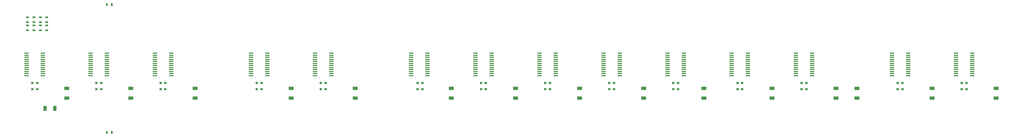
<source format=gbp>
G04 #@! TF.FileFunction,Paste,Bot*
%FSLAX46Y46*%
G04 Gerber Fmt 4.6, Leading zero omitted, Abs format (unit mm)*
G04 Created by KiCad (PCBNEW (2014-11-27 BZR 5304)-product) date 2015 February 14, Saturday 16:28:48*
%MOMM*%
G01*
G04 APERTURE LIST*
%ADD10C,0.100000*%
%ADD11R,1.399540X0.350520*%
%ADD12R,0.800000X0.750000*%
%ADD13R,0.900000X0.500000*%
%ADD14R,1.000000X1.600000*%
%ADD15R,1.600000X1.000000*%
%ADD16R,0.500000X0.900000*%
G04 APERTURE END LIST*
D10*
D11*
X62460000Y-140992500D03*
X62460000Y-140357500D03*
X62460000Y-139722500D03*
X62460000Y-139087500D03*
X62460000Y-138452500D03*
X62460000Y-137817500D03*
X62460000Y-137182500D03*
X62460000Y-136547500D03*
X62460000Y-135912500D03*
X62460000Y-135277500D03*
X62460000Y-134642500D03*
X62460000Y-134007500D03*
X67540000Y-134007500D03*
X67540000Y-134642500D03*
X67540000Y-135277500D03*
X67540000Y-135912500D03*
X67540000Y-136547500D03*
X67540000Y-137182500D03*
X67540000Y-137817500D03*
X67540000Y-138452500D03*
X67540000Y-139087500D03*
X67540000Y-139722500D03*
X67540000Y-140357500D03*
X67540000Y-140992500D03*
X82460000Y-140992500D03*
X82460000Y-140357500D03*
X82460000Y-139722500D03*
X82460000Y-139087500D03*
X82460000Y-138452500D03*
X82460000Y-137817500D03*
X82460000Y-137182500D03*
X82460000Y-136547500D03*
X82460000Y-135912500D03*
X82460000Y-135277500D03*
X82460000Y-134642500D03*
X82460000Y-134007500D03*
X87540000Y-134007500D03*
X87540000Y-134642500D03*
X87540000Y-135277500D03*
X87540000Y-135912500D03*
X87540000Y-136547500D03*
X87540000Y-137182500D03*
X87540000Y-137817500D03*
X87540000Y-138452500D03*
X87540000Y-139087500D03*
X87540000Y-139722500D03*
X87540000Y-140357500D03*
X87540000Y-140992500D03*
X102465000Y-140992500D03*
X102465000Y-140357500D03*
X102465000Y-139722500D03*
X102465000Y-139087500D03*
X102465000Y-138452500D03*
X102465000Y-137817500D03*
X102465000Y-137182500D03*
X102465000Y-136547500D03*
X102465000Y-135912500D03*
X102465000Y-135277500D03*
X102465000Y-134642500D03*
X102465000Y-134007500D03*
X107545000Y-134007500D03*
X107545000Y-134642500D03*
X107545000Y-135277500D03*
X107545000Y-135912500D03*
X107545000Y-136547500D03*
X107545000Y-137182500D03*
X107545000Y-137817500D03*
X107545000Y-138452500D03*
X107545000Y-139087500D03*
X107545000Y-139722500D03*
X107545000Y-140357500D03*
X107545000Y-140992500D03*
X132460000Y-140992500D03*
X132460000Y-140357500D03*
X132460000Y-139722500D03*
X132460000Y-139087500D03*
X132460000Y-138452500D03*
X132460000Y-137817500D03*
X132460000Y-137182500D03*
X132460000Y-136547500D03*
X132460000Y-135912500D03*
X132460000Y-135277500D03*
X132460000Y-134642500D03*
X132460000Y-134007500D03*
X137540000Y-134007500D03*
X137540000Y-134642500D03*
X137540000Y-135277500D03*
X137540000Y-135912500D03*
X137540000Y-136547500D03*
X137540000Y-137182500D03*
X137540000Y-137817500D03*
X137540000Y-138452500D03*
X137540000Y-139087500D03*
X137540000Y-139722500D03*
X137540000Y-140357500D03*
X137540000Y-140992500D03*
X152460000Y-140992500D03*
X152460000Y-140357500D03*
X152460000Y-139722500D03*
X152460000Y-139087500D03*
X152460000Y-138452500D03*
X152460000Y-137817500D03*
X152460000Y-137182500D03*
X152460000Y-136547500D03*
X152460000Y-135912500D03*
X152460000Y-135277500D03*
X152460000Y-134642500D03*
X152460000Y-134007500D03*
X157540000Y-134007500D03*
X157540000Y-134642500D03*
X157540000Y-135277500D03*
X157540000Y-135912500D03*
X157540000Y-136547500D03*
X157540000Y-137182500D03*
X157540000Y-137817500D03*
X157540000Y-138452500D03*
X157540000Y-139087500D03*
X157540000Y-139722500D03*
X157540000Y-140357500D03*
X157540000Y-140992500D03*
X182460000Y-140992500D03*
X182460000Y-140357500D03*
X182460000Y-139722500D03*
X182460000Y-139087500D03*
X182460000Y-138452500D03*
X182460000Y-137817500D03*
X182460000Y-137182500D03*
X182460000Y-136547500D03*
X182460000Y-135912500D03*
X182460000Y-135277500D03*
X182460000Y-134642500D03*
X182460000Y-134007500D03*
X187540000Y-134007500D03*
X187540000Y-134642500D03*
X187540000Y-135277500D03*
X187540000Y-135912500D03*
X187540000Y-136547500D03*
X187540000Y-137182500D03*
X187540000Y-137817500D03*
X187540000Y-138452500D03*
X187540000Y-139087500D03*
X187540000Y-139722500D03*
X187540000Y-140357500D03*
X187540000Y-140992500D03*
X202460000Y-140992500D03*
X202460000Y-140357500D03*
X202460000Y-139722500D03*
X202460000Y-139087500D03*
X202460000Y-138452500D03*
X202460000Y-137817500D03*
X202460000Y-137182500D03*
X202460000Y-136547500D03*
X202460000Y-135912500D03*
X202460000Y-135277500D03*
X202460000Y-134642500D03*
X202460000Y-134007500D03*
X207540000Y-134007500D03*
X207540000Y-134642500D03*
X207540000Y-135277500D03*
X207540000Y-135912500D03*
X207540000Y-136547500D03*
X207540000Y-137182500D03*
X207540000Y-137817500D03*
X207540000Y-138452500D03*
X207540000Y-139087500D03*
X207540000Y-139722500D03*
X207540000Y-140357500D03*
X207540000Y-140992500D03*
X222460000Y-140992500D03*
X222460000Y-140357500D03*
X222460000Y-139722500D03*
X222460000Y-139087500D03*
X222460000Y-138452500D03*
X222460000Y-137817500D03*
X222460000Y-137182500D03*
X222460000Y-136547500D03*
X222460000Y-135912500D03*
X222460000Y-135277500D03*
X222460000Y-134642500D03*
X222460000Y-134007500D03*
X227540000Y-134007500D03*
X227540000Y-134642500D03*
X227540000Y-135277500D03*
X227540000Y-135912500D03*
X227540000Y-136547500D03*
X227540000Y-137182500D03*
X227540000Y-137817500D03*
X227540000Y-138452500D03*
X227540000Y-139087500D03*
X227540000Y-139722500D03*
X227540000Y-140357500D03*
X227540000Y-140992500D03*
X242460000Y-140992500D03*
X242460000Y-140357500D03*
X242460000Y-139722500D03*
X242460000Y-139087500D03*
X242460000Y-138452500D03*
X242460000Y-137817500D03*
X242460000Y-137182500D03*
X242460000Y-136547500D03*
X242460000Y-135912500D03*
X242460000Y-135277500D03*
X242460000Y-134642500D03*
X242460000Y-134007500D03*
X247540000Y-134007500D03*
X247540000Y-134642500D03*
X247540000Y-135277500D03*
X247540000Y-135912500D03*
X247540000Y-136547500D03*
X247540000Y-137182500D03*
X247540000Y-137817500D03*
X247540000Y-138452500D03*
X247540000Y-139087500D03*
X247540000Y-139722500D03*
X247540000Y-140357500D03*
X247540000Y-140992500D03*
X282460000Y-140992500D03*
X282460000Y-140357500D03*
X282460000Y-139722500D03*
X282460000Y-139087500D03*
X282460000Y-138452500D03*
X282460000Y-137817500D03*
X282460000Y-137182500D03*
X282460000Y-136547500D03*
X282460000Y-135912500D03*
X282460000Y-135277500D03*
X282460000Y-134642500D03*
X282460000Y-134007500D03*
X287540000Y-134007500D03*
X287540000Y-134642500D03*
X287540000Y-135277500D03*
X287540000Y-135912500D03*
X287540000Y-136547500D03*
X287540000Y-137182500D03*
X287540000Y-137817500D03*
X287540000Y-138452500D03*
X287540000Y-139087500D03*
X287540000Y-139722500D03*
X287540000Y-140357500D03*
X287540000Y-140992500D03*
X302460000Y-140992500D03*
X302460000Y-140357500D03*
X302460000Y-139722500D03*
X302460000Y-139087500D03*
X302460000Y-138452500D03*
X302460000Y-137817500D03*
X302460000Y-137182500D03*
X302460000Y-136547500D03*
X302460000Y-135912500D03*
X302460000Y-135277500D03*
X302460000Y-134642500D03*
X302460000Y-134007500D03*
X307540000Y-134007500D03*
X307540000Y-134642500D03*
X307540000Y-135277500D03*
X307540000Y-135912500D03*
X307540000Y-136547500D03*
X307540000Y-137182500D03*
X307540000Y-137817500D03*
X307540000Y-138452500D03*
X307540000Y-139087500D03*
X307540000Y-139722500D03*
X307540000Y-140357500D03*
X307540000Y-140992500D03*
X332460000Y-140992500D03*
X332460000Y-140357500D03*
X332460000Y-139722500D03*
X332460000Y-139087500D03*
X332460000Y-138452500D03*
X332460000Y-137817500D03*
X332460000Y-137182500D03*
X332460000Y-136547500D03*
X332460000Y-135912500D03*
X332460000Y-135277500D03*
X332460000Y-134642500D03*
X332460000Y-134007500D03*
X337540000Y-134007500D03*
X337540000Y-134642500D03*
X337540000Y-135277500D03*
X337540000Y-135912500D03*
X337540000Y-136547500D03*
X337540000Y-137182500D03*
X337540000Y-137817500D03*
X337540000Y-138452500D03*
X337540000Y-139087500D03*
X337540000Y-139722500D03*
X337540000Y-140357500D03*
X337540000Y-140992500D03*
X352460000Y-140992500D03*
X352460000Y-140357500D03*
X352460000Y-139722500D03*
X352460000Y-139087500D03*
X352460000Y-138452500D03*
X352460000Y-137817500D03*
X352460000Y-137182500D03*
X352460000Y-136547500D03*
X352460000Y-135912500D03*
X352460000Y-135277500D03*
X352460000Y-134642500D03*
X352460000Y-134007500D03*
X357540000Y-134007500D03*
X357540000Y-134642500D03*
X357540000Y-135277500D03*
X357540000Y-135912500D03*
X357540000Y-136547500D03*
X357540000Y-137182500D03*
X357540000Y-137817500D03*
X357540000Y-138452500D03*
X357540000Y-139087500D03*
X357540000Y-139722500D03*
X357540000Y-140357500D03*
X357540000Y-140992500D03*
D12*
X65750000Y-145250000D03*
X64250000Y-145250000D03*
X85750000Y-145250000D03*
X84250000Y-145250000D03*
X105750000Y-145250000D03*
X104250000Y-145250000D03*
X135750000Y-145250000D03*
X134250000Y-145250000D03*
X155750000Y-145250000D03*
X154250000Y-145250000D03*
X186000000Y-145250000D03*
X184500000Y-145250000D03*
X205750000Y-145250000D03*
X204250000Y-145250000D03*
X225750000Y-145250000D03*
X224250000Y-145250000D03*
X245750000Y-145250000D03*
X244250000Y-145250000D03*
X285750000Y-145250000D03*
X284250000Y-145250000D03*
X305750000Y-145250000D03*
X304250000Y-145250000D03*
X335750000Y-145250000D03*
X334250000Y-145250000D03*
X355750000Y-145250000D03*
X354250000Y-145250000D03*
X265750000Y-145250000D03*
X264250000Y-145250000D03*
D11*
X262460000Y-140992500D03*
X262460000Y-140357500D03*
X262460000Y-139722500D03*
X262460000Y-139087500D03*
X262460000Y-138452500D03*
X262460000Y-137817500D03*
X262460000Y-137182500D03*
X262460000Y-136547500D03*
X262460000Y-135912500D03*
X262460000Y-135277500D03*
X262460000Y-134642500D03*
X262460000Y-134007500D03*
X267540000Y-134007500D03*
X267540000Y-134642500D03*
X267540000Y-135277500D03*
X267540000Y-135912500D03*
X267540000Y-136547500D03*
X267540000Y-137182500D03*
X267540000Y-137817500D03*
X267540000Y-138452500D03*
X267540000Y-139087500D03*
X267540000Y-139722500D03*
X267540000Y-140357500D03*
X267540000Y-140992500D03*
D12*
X65750000Y-143250000D03*
X64250000Y-143250000D03*
X85750000Y-143250000D03*
X84250000Y-143250000D03*
X105750000Y-143250000D03*
X104250000Y-143250000D03*
X135750000Y-143250000D03*
X134250000Y-143250000D03*
X155750000Y-143250000D03*
X154250000Y-143250000D03*
X186000000Y-143250000D03*
X184500000Y-143250000D03*
X205750000Y-143250000D03*
X204250000Y-143250000D03*
X225750000Y-143250000D03*
X224250000Y-143250000D03*
X245750000Y-143250000D03*
X244250000Y-143250000D03*
X285750000Y-143250000D03*
X284250000Y-143250000D03*
X305750000Y-143250000D03*
X304250000Y-143250000D03*
X335750000Y-143250000D03*
X334250000Y-143250000D03*
X355750000Y-143250000D03*
X354250000Y-143250000D03*
X265750000Y-143250000D03*
X264250000Y-143250000D03*
D13*
X68750000Y-126750000D03*
X68750000Y-125250000D03*
X68750000Y-124250000D03*
X68750000Y-122750000D03*
X66750000Y-126750000D03*
X66750000Y-125250000D03*
X66750000Y-124250000D03*
X66750000Y-122750000D03*
X64750000Y-126750000D03*
X64750000Y-125250000D03*
X64750000Y-124250000D03*
X64750000Y-122750000D03*
X62750000Y-126750000D03*
X62750000Y-125250000D03*
X62750000Y-124250000D03*
X62750000Y-122750000D03*
D14*
X71250000Y-151250000D03*
X68250000Y-151250000D03*
D15*
X75000000Y-145000000D03*
X75000000Y-148000000D03*
X95000000Y-145000000D03*
X95000000Y-148000000D03*
X115000000Y-145000000D03*
X115000000Y-148000000D03*
X145000000Y-145000000D03*
X145000000Y-148000000D03*
X165000000Y-145000000D03*
X165000000Y-148000000D03*
X195000000Y-145000000D03*
X195000000Y-148000000D03*
X215000000Y-145000000D03*
X215000000Y-148000000D03*
X235000000Y-145000000D03*
X235000000Y-148000000D03*
X255000000Y-145000000D03*
X255000000Y-148000000D03*
X295000000Y-145000000D03*
X295000000Y-148000000D03*
X315000000Y-145000000D03*
X315000000Y-148000000D03*
X345000000Y-145000000D03*
X345000000Y-148000000D03*
X365000000Y-145000000D03*
X365000000Y-148000000D03*
X273750000Y-145000000D03*
X273750000Y-148000000D03*
X321500000Y-145000000D03*
X321500000Y-148000000D03*
D16*
X87500000Y-158750000D03*
X89000000Y-158750000D03*
X87500000Y-118750000D03*
X89000000Y-118750000D03*
M02*

</source>
